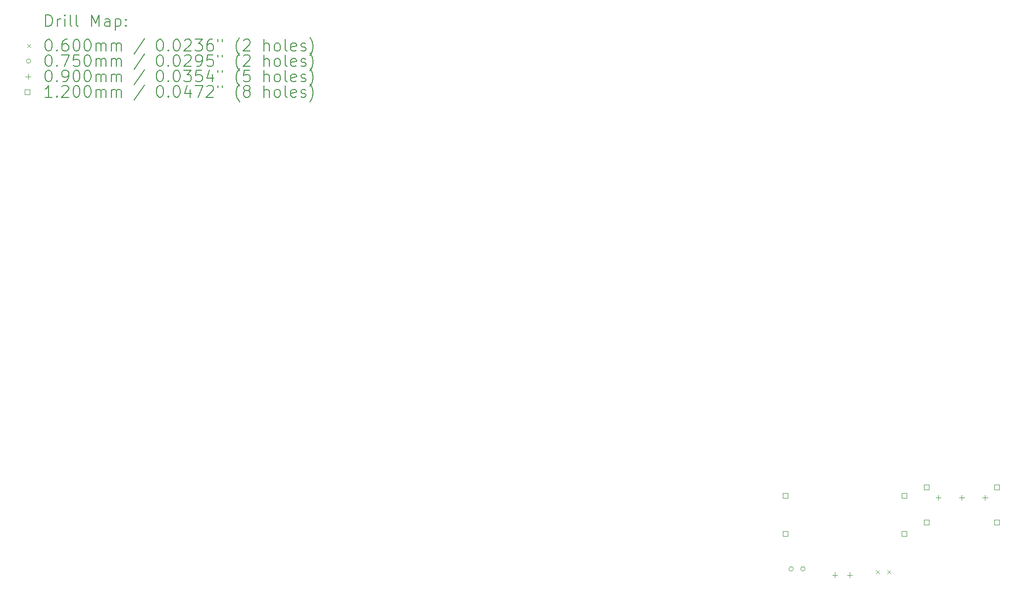
<source format=gbr>
%TF.GenerationSoftware,KiCad,Pcbnew,(6.0.10)*%
%TF.CreationDate,2023-02-23T17:48:44-08:00*%
%TF.ProjectId,exercise_1,65786572-6369-4736-955f-312e6b696361,rev?*%
%TF.SameCoordinates,Original*%
%TF.FileFunction,Drillmap*%
%TF.FilePolarity,Positive*%
%FSLAX45Y45*%
G04 Gerber Fmt 4.5, Leading zero omitted, Abs format (unit mm)*
G04 Created by KiCad (PCBNEW (6.0.10)) date 2023-02-23 17:48:44*
%MOMM*%
%LPD*%
G01*
G04 APERTURE LIST*
%ADD10C,0.200000*%
%ADD11C,0.060000*%
%ADD12C,0.075000*%
%ADD13C,0.090000*%
%ADD14C,0.120000*%
G04 APERTURE END LIST*
D10*
D11*
X14448000Y-9622000D02*
X14508000Y-9682000D01*
X14508000Y-9622000D02*
X14448000Y-9682000D01*
X14648000Y-9622000D02*
X14708000Y-9682000D01*
X14708000Y-9622000D02*
X14648000Y-9682000D01*
D12*
X13040500Y-9597000D02*
G75*
G03*
X13040500Y-9597000I-37500J0D01*
G01*
X13240500Y-9597000D02*
G75*
G03*
X13240500Y-9597000I-37500J0D01*
G01*
D13*
X13748000Y-9657000D02*
X13748000Y-9747000D01*
X13703000Y-9702000D02*
X13793000Y-9702000D01*
X14002000Y-9657000D02*
X14002000Y-9747000D01*
X13957000Y-9702000D02*
X14047000Y-9702000D01*
X15518500Y-8330500D02*
X15518500Y-8420500D01*
X15473500Y-8375500D02*
X15563500Y-8375500D01*
X15918500Y-8330500D02*
X15918500Y-8420500D01*
X15873500Y-8375500D02*
X15963500Y-8375500D01*
X16318500Y-8330500D02*
X16318500Y-8420500D01*
X16273500Y-8375500D02*
X16363500Y-8375500D01*
D14*
X12945427Y-8384427D02*
X12945427Y-8299573D01*
X12860573Y-8299573D01*
X12860573Y-8384427D01*
X12945427Y-8384427D01*
X12945427Y-9039427D02*
X12945427Y-8954573D01*
X12860573Y-8954573D01*
X12860573Y-9039427D01*
X12945427Y-9039427D01*
X14977427Y-8384427D02*
X14977427Y-8299573D01*
X14892573Y-8299573D01*
X14892573Y-8384427D01*
X14977427Y-8384427D01*
X14977427Y-9039427D02*
X14977427Y-8954573D01*
X14892573Y-8954573D01*
X14892573Y-9039427D01*
X14977427Y-9039427D01*
X15360927Y-8242927D02*
X15360927Y-8158073D01*
X15276073Y-8158073D01*
X15276073Y-8242927D01*
X15360927Y-8242927D01*
X15360927Y-8842927D02*
X15360927Y-8758073D01*
X15276073Y-8758073D01*
X15276073Y-8842927D01*
X15360927Y-8842927D01*
X16560927Y-8242927D02*
X16560927Y-8158073D01*
X16476073Y-8158073D01*
X16476073Y-8242927D01*
X16560927Y-8242927D01*
X16560927Y-8842927D02*
X16560927Y-8758073D01*
X16476073Y-8758073D01*
X16476073Y-8842927D01*
X16560927Y-8842927D01*
D10*
X257619Y-310476D02*
X257619Y-110476D01*
X305238Y-110476D01*
X333810Y-120000D01*
X352857Y-139048D01*
X362381Y-158095D01*
X371905Y-196190D01*
X371905Y-224762D01*
X362381Y-262857D01*
X352857Y-281905D01*
X333810Y-300952D01*
X305238Y-310476D01*
X257619Y-310476D01*
X457619Y-310476D02*
X457619Y-177143D01*
X457619Y-215238D02*
X467143Y-196190D01*
X476667Y-186667D01*
X495714Y-177143D01*
X514762Y-177143D01*
X581429Y-310476D02*
X581429Y-177143D01*
X581429Y-110476D02*
X571905Y-120000D01*
X581429Y-129524D01*
X590952Y-120000D01*
X581429Y-110476D01*
X581429Y-129524D01*
X705238Y-310476D02*
X686190Y-300952D01*
X676667Y-281905D01*
X676667Y-110476D01*
X810000Y-310476D02*
X790952Y-300952D01*
X781428Y-281905D01*
X781428Y-110476D01*
X1038571Y-310476D02*
X1038571Y-110476D01*
X1105238Y-253333D01*
X1171905Y-110476D01*
X1171905Y-310476D01*
X1352857Y-310476D02*
X1352857Y-205714D01*
X1343333Y-186667D01*
X1324286Y-177143D01*
X1286190Y-177143D01*
X1267143Y-186667D01*
X1352857Y-300952D02*
X1333810Y-310476D01*
X1286190Y-310476D01*
X1267143Y-300952D01*
X1257619Y-281905D01*
X1257619Y-262857D01*
X1267143Y-243809D01*
X1286190Y-234286D01*
X1333810Y-234286D01*
X1352857Y-224762D01*
X1448095Y-177143D02*
X1448095Y-377143D01*
X1448095Y-186667D02*
X1467143Y-177143D01*
X1505238Y-177143D01*
X1524286Y-186667D01*
X1533809Y-196190D01*
X1543333Y-215238D01*
X1543333Y-272381D01*
X1533809Y-291429D01*
X1524286Y-300952D01*
X1505238Y-310476D01*
X1467143Y-310476D01*
X1448095Y-300952D01*
X1629048Y-291429D02*
X1638571Y-300952D01*
X1629048Y-310476D01*
X1619524Y-300952D01*
X1629048Y-291429D01*
X1629048Y-310476D01*
X1629048Y-186667D02*
X1638571Y-196190D01*
X1629048Y-205714D01*
X1619524Y-196190D01*
X1629048Y-186667D01*
X1629048Y-205714D01*
D11*
X-60000Y-610000D02*
X0Y-670000D01*
X0Y-610000D02*
X-60000Y-670000D01*
D10*
X295714Y-530476D02*
X314762Y-530476D01*
X333810Y-540000D01*
X343333Y-549524D01*
X352857Y-568571D01*
X362381Y-606667D01*
X362381Y-654286D01*
X352857Y-692381D01*
X343333Y-711428D01*
X333810Y-720952D01*
X314762Y-730476D01*
X295714Y-730476D01*
X276667Y-720952D01*
X267143Y-711428D01*
X257619Y-692381D01*
X248095Y-654286D01*
X248095Y-606667D01*
X257619Y-568571D01*
X267143Y-549524D01*
X276667Y-540000D01*
X295714Y-530476D01*
X448095Y-711428D02*
X457619Y-720952D01*
X448095Y-730476D01*
X438571Y-720952D01*
X448095Y-711428D01*
X448095Y-730476D01*
X629048Y-530476D02*
X590952Y-530476D01*
X571905Y-540000D01*
X562381Y-549524D01*
X543333Y-578095D01*
X533810Y-616190D01*
X533810Y-692381D01*
X543333Y-711428D01*
X552857Y-720952D01*
X571905Y-730476D01*
X610000Y-730476D01*
X629048Y-720952D01*
X638571Y-711428D01*
X648095Y-692381D01*
X648095Y-644762D01*
X638571Y-625714D01*
X629048Y-616190D01*
X610000Y-606667D01*
X571905Y-606667D01*
X552857Y-616190D01*
X543333Y-625714D01*
X533810Y-644762D01*
X771905Y-530476D02*
X790952Y-530476D01*
X810000Y-540000D01*
X819524Y-549524D01*
X829048Y-568571D01*
X838571Y-606667D01*
X838571Y-654286D01*
X829048Y-692381D01*
X819524Y-711428D01*
X810000Y-720952D01*
X790952Y-730476D01*
X771905Y-730476D01*
X752857Y-720952D01*
X743333Y-711428D01*
X733809Y-692381D01*
X724286Y-654286D01*
X724286Y-606667D01*
X733809Y-568571D01*
X743333Y-549524D01*
X752857Y-540000D01*
X771905Y-530476D01*
X962381Y-530476D02*
X981428Y-530476D01*
X1000476Y-540000D01*
X1010000Y-549524D01*
X1019524Y-568571D01*
X1029048Y-606667D01*
X1029048Y-654286D01*
X1019524Y-692381D01*
X1010000Y-711428D01*
X1000476Y-720952D01*
X981428Y-730476D01*
X962381Y-730476D01*
X943333Y-720952D01*
X933809Y-711428D01*
X924286Y-692381D01*
X914762Y-654286D01*
X914762Y-606667D01*
X924286Y-568571D01*
X933809Y-549524D01*
X943333Y-540000D01*
X962381Y-530476D01*
X1114762Y-730476D02*
X1114762Y-597143D01*
X1114762Y-616190D02*
X1124286Y-606667D01*
X1143333Y-597143D01*
X1171905Y-597143D01*
X1190952Y-606667D01*
X1200476Y-625714D01*
X1200476Y-730476D01*
X1200476Y-625714D02*
X1210000Y-606667D01*
X1229048Y-597143D01*
X1257619Y-597143D01*
X1276667Y-606667D01*
X1286190Y-625714D01*
X1286190Y-730476D01*
X1381429Y-730476D02*
X1381429Y-597143D01*
X1381429Y-616190D02*
X1390952Y-606667D01*
X1410000Y-597143D01*
X1438571Y-597143D01*
X1457619Y-606667D01*
X1467143Y-625714D01*
X1467143Y-730476D01*
X1467143Y-625714D02*
X1476667Y-606667D01*
X1495714Y-597143D01*
X1524286Y-597143D01*
X1543333Y-606667D01*
X1552857Y-625714D01*
X1552857Y-730476D01*
X1943333Y-520952D02*
X1771905Y-778095D01*
X2200476Y-530476D02*
X2219524Y-530476D01*
X2238571Y-540000D01*
X2248095Y-549524D01*
X2257619Y-568571D01*
X2267143Y-606667D01*
X2267143Y-654286D01*
X2257619Y-692381D01*
X2248095Y-711428D01*
X2238571Y-720952D01*
X2219524Y-730476D01*
X2200476Y-730476D01*
X2181429Y-720952D01*
X2171905Y-711428D01*
X2162381Y-692381D01*
X2152857Y-654286D01*
X2152857Y-606667D01*
X2162381Y-568571D01*
X2171905Y-549524D01*
X2181429Y-540000D01*
X2200476Y-530476D01*
X2352857Y-711428D02*
X2362381Y-720952D01*
X2352857Y-730476D01*
X2343333Y-720952D01*
X2352857Y-711428D01*
X2352857Y-730476D01*
X2486190Y-530476D02*
X2505238Y-530476D01*
X2524286Y-540000D01*
X2533810Y-549524D01*
X2543333Y-568571D01*
X2552857Y-606667D01*
X2552857Y-654286D01*
X2543333Y-692381D01*
X2533810Y-711428D01*
X2524286Y-720952D01*
X2505238Y-730476D01*
X2486190Y-730476D01*
X2467143Y-720952D01*
X2457619Y-711428D01*
X2448095Y-692381D01*
X2438571Y-654286D01*
X2438571Y-606667D01*
X2448095Y-568571D01*
X2457619Y-549524D01*
X2467143Y-540000D01*
X2486190Y-530476D01*
X2629048Y-549524D02*
X2638571Y-540000D01*
X2657619Y-530476D01*
X2705238Y-530476D01*
X2724286Y-540000D01*
X2733810Y-549524D01*
X2743333Y-568571D01*
X2743333Y-587619D01*
X2733810Y-616190D01*
X2619524Y-730476D01*
X2743333Y-730476D01*
X2810000Y-530476D02*
X2933809Y-530476D01*
X2867143Y-606667D01*
X2895714Y-606667D01*
X2914762Y-616190D01*
X2924286Y-625714D01*
X2933809Y-644762D01*
X2933809Y-692381D01*
X2924286Y-711428D01*
X2914762Y-720952D01*
X2895714Y-730476D01*
X2838571Y-730476D01*
X2819524Y-720952D01*
X2810000Y-711428D01*
X3105238Y-530476D02*
X3067143Y-530476D01*
X3048095Y-540000D01*
X3038571Y-549524D01*
X3019524Y-578095D01*
X3010000Y-616190D01*
X3010000Y-692381D01*
X3019524Y-711428D01*
X3029048Y-720952D01*
X3048095Y-730476D01*
X3086190Y-730476D01*
X3105238Y-720952D01*
X3114762Y-711428D01*
X3124286Y-692381D01*
X3124286Y-644762D01*
X3114762Y-625714D01*
X3105238Y-616190D01*
X3086190Y-606667D01*
X3048095Y-606667D01*
X3029048Y-616190D01*
X3019524Y-625714D01*
X3010000Y-644762D01*
X3200476Y-530476D02*
X3200476Y-568571D01*
X3276667Y-530476D02*
X3276667Y-568571D01*
X3571905Y-806667D02*
X3562381Y-797143D01*
X3543333Y-768571D01*
X3533809Y-749524D01*
X3524286Y-720952D01*
X3514762Y-673333D01*
X3514762Y-635238D01*
X3524286Y-587619D01*
X3533809Y-559048D01*
X3543333Y-540000D01*
X3562381Y-511428D01*
X3571905Y-501905D01*
X3638571Y-549524D02*
X3648095Y-540000D01*
X3667143Y-530476D01*
X3714762Y-530476D01*
X3733809Y-540000D01*
X3743333Y-549524D01*
X3752857Y-568571D01*
X3752857Y-587619D01*
X3743333Y-616190D01*
X3629048Y-730476D01*
X3752857Y-730476D01*
X3990952Y-730476D02*
X3990952Y-530476D01*
X4076667Y-730476D02*
X4076667Y-625714D01*
X4067143Y-606667D01*
X4048095Y-597143D01*
X4019524Y-597143D01*
X4000476Y-606667D01*
X3990952Y-616190D01*
X4200476Y-730476D02*
X4181428Y-720952D01*
X4171905Y-711428D01*
X4162381Y-692381D01*
X4162381Y-635238D01*
X4171905Y-616190D01*
X4181428Y-606667D01*
X4200476Y-597143D01*
X4229048Y-597143D01*
X4248095Y-606667D01*
X4257619Y-616190D01*
X4267143Y-635238D01*
X4267143Y-692381D01*
X4257619Y-711428D01*
X4248095Y-720952D01*
X4229048Y-730476D01*
X4200476Y-730476D01*
X4381429Y-730476D02*
X4362381Y-720952D01*
X4352857Y-701905D01*
X4352857Y-530476D01*
X4533810Y-720952D02*
X4514762Y-730476D01*
X4476667Y-730476D01*
X4457619Y-720952D01*
X4448095Y-701905D01*
X4448095Y-625714D01*
X4457619Y-606667D01*
X4476667Y-597143D01*
X4514762Y-597143D01*
X4533810Y-606667D01*
X4543333Y-625714D01*
X4543333Y-644762D01*
X4448095Y-663810D01*
X4619524Y-720952D02*
X4638571Y-730476D01*
X4676667Y-730476D01*
X4695714Y-720952D01*
X4705238Y-701905D01*
X4705238Y-692381D01*
X4695714Y-673333D01*
X4676667Y-663810D01*
X4648095Y-663810D01*
X4629048Y-654286D01*
X4619524Y-635238D01*
X4619524Y-625714D01*
X4629048Y-606667D01*
X4648095Y-597143D01*
X4676667Y-597143D01*
X4695714Y-606667D01*
X4771905Y-806667D02*
X4781429Y-797143D01*
X4800476Y-768571D01*
X4810000Y-749524D01*
X4819524Y-720952D01*
X4829048Y-673333D01*
X4829048Y-635238D01*
X4819524Y-587619D01*
X4810000Y-559048D01*
X4800476Y-540000D01*
X4781429Y-511428D01*
X4771905Y-501905D01*
D12*
X0Y-904000D02*
G75*
G03*
X0Y-904000I-37500J0D01*
G01*
D10*
X295714Y-794476D02*
X314762Y-794476D01*
X333810Y-804000D01*
X343333Y-813524D01*
X352857Y-832571D01*
X362381Y-870667D01*
X362381Y-918286D01*
X352857Y-956381D01*
X343333Y-975428D01*
X333810Y-984952D01*
X314762Y-994476D01*
X295714Y-994476D01*
X276667Y-984952D01*
X267143Y-975428D01*
X257619Y-956381D01*
X248095Y-918286D01*
X248095Y-870667D01*
X257619Y-832571D01*
X267143Y-813524D01*
X276667Y-804000D01*
X295714Y-794476D01*
X448095Y-975428D02*
X457619Y-984952D01*
X448095Y-994476D01*
X438571Y-984952D01*
X448095Y-975428D01*
X448095Y-994476D01*
X524286Y-794476D02*
X657619Y-794476D01*
X571905Y-994476D01*
X829048Y-794476D02*
X733809Y-794476D01*
X724286Y-889714D01*
X733809Y-880190D01*
X752857Y-870667D01*
X800476Y-870667D01*
X819524Y-880190D01*
X829048Y-889714D01*
X838571Y-908762D01*
X838571Y-956381D01*
X829048Y-975428D01*
X819524Y-984952D01*
X800476Y-994476D01*
X752857Y-994476D01*
X733809Y-984952D01*
X724286Y-975428D01*
X962381Y-794476D02*
X981428Y-794476D01*
X1000476Y-804000D01*
X1010000Y-813524D01*
X1019524Y-832571D01*
X1029048Y-870667D01*
X1029048Y-918286D01*
X1019524Y-956381D01*
X1010000Y-975428D01*
X1000476Y-984952D01*
X981428Y-994476D01*
X962381Y-994476D01*
X943333Y-984952D01*
X933809Y-975428D01*
X924286Y-956381D01*
X914762Y-918286D01*
X914762Y-870667D01*
X924286Y-832571D01*
X933809Y-813524D01*
X943333Y-804000D01*
X962381Y-794476D01*
X1114762Y-994476D02*
X1114762Y-861143D01*
X1114762Y-880190D02*
X1124286Y-870667D01*
X1143333Y-861143D01*
X1171905Y-861143D01*
X1190952Y-870667D01*
X1200476Y-889714D01*
X1200476Y-994476D01*
X1200476Y-889714D02*
X1210000Y-870667D01*
X1229048Y-861143D01*
X1257619Y-861143D01*
X1276667Y-870667D01*
X1286190Y-889714D01*
X1286190Y-994476D01*
X1381429Y-994476D02*
X1381429Y-861143D01*
X1381429Y-880190D02*
X1390952Y-870667D01*
X1410000Y-861143D01*
X1438571Y-861143D01*
X1457619Y-870667D01*
X1467143Y-889714D01*
X1467143Y-994476D01*
X1467143Y-889714D02*
X1476667Y-870667D01*
X1495714Y-861143D01*
X1524286Y-861143D01*
X1543333Y-870667D01*
X1552857Y-889714D01*
X1552857Y-994476D01*
X1943333Y-784952D02*
X1771905Y-1042095D01*
X2200476Y-794476D02*
X2219524Y-794476D01*
X2238571Y-804000D01*
X2248095Y-813524D01*
X2257619Y-832571D01*
X2267143Y-870667D01*
X2267143Y-918286D01*
X2257619Y-956381D01*
X2248095Y-975428D01*
X2238571Y-984952D01*
X2219524Y-994476D01*
X2200476Y-994476D01*
X2181429Y-984952D01*
X2171905Y-975428D01*
X2162381Y-956381D01*
X2152857Y-918286D01*
X2152857Y-870667D01*
X2162381Y-832571D01*
X2171905Y-813524D01*
X2181429Y-804000D01*
X2200476Y-794476D01*
X2352857Y-975428D02*
X2362381Y-984952D01*
X2352857Y-994476D01*
X2343333Y-984952D01*
X2352857Y-975428D01*
X2352857Y-994476D01*
X2486190Y-794476D02*
X2505238Y-794476D01*
X2524286Y-804000D01*
X2533810Y-813524D01*
X2543333Y-832571D01*
X2552857Y-870667D01*
X2552857Y-918286D01*
X2543333Y-956381D01*
X2533810Y-975428D01*
X2524286Y-984952D01*
X2505238Y-994476D01*
X2486190Y-994476D01*
X2467143Y-984952D01*
X2457619Y-975428D01*
X2448095Y-956381D01*
X2438571Y-918286D01*
X2438571Y-870667D01*
X2448095Y-832571D01*
X2457619Y-813524D01*
X2467143Y-804000D01*
X2486190Y-794476D01*
X2629048Y-813524D02*
X2638571Y-804000D01*
X2657619Y-794476D01*
X2705238Y-794476D01*
X2724286Y-804000D01*
X2733810Y-813524D01*
X2743333Y-832571D01*
X2743333Y-851619D01*
X2733810Y-880190D01*
X2619524Y-994476D01*
X2743333Y-994476D01*
X2838571Y-994476D02*
X2876667Y-994476D01*
X2895714Y-984952D01*
X2905238Y-975428D01*
X2924286Y-946857D01*
X2933809Y-908762D01*
X2933809Y-832571D01*
X2924286Y-813524D01*
X2914762Y-804000D01*
X2895714Y-794476D01*
X2857619Y-794476D01*
X2838571Y-804000D01*
X2829048Y-813524D01*
X2819524Y-832571D01*
X2819524Y-880190D01*
X2829048Y-899238D01*
X2838571Y-908762D01*
X2857619Y-918286D01*
X2895714Y-918286D01*
X2914762Y-908762D01*
X2924286Y-899238D01*
X2933809Y-880190D01*
X3114762Y-794476D02*
X3019524Y-794476D01*
X3010000Y-889714D01*
X3019524Y-880190D01*
X3038571Y-870667D01*
X3086190Y-870667D01*
X3105238Y-880190D01*
X3114762Y-889714D01*
X3124286Y-908762D01*
X3124286Y-956381D01*
X3114762Y-975428D01*
X3105238Y-984952D01*
X3086190Y-994476D01*
X3038571Y-994476D01*
X3019524Y-984952D01*
X3010000Y-975428D01*
X3200476Y-794476D02*
X3200476Y-832571D01*
X3276667Y-794476D02*
X3276667Y-832571D01*
X3571905Y-1070667D02*
X3562381Y-1061143D01*
X3543333Y-1032571D01*
X3533809Y-1013524D01*
X3524286Y-984952D01*
X3514762Y-937333D01*
X3514762Y-899238D01*
X3524286Y-851619D01*
X3533809Y-823048D01*
X3543333Y-804000D01*
X3562381Y-775428D01*
X3571905Y-765905D01*
X3638571Y-813524D02*
X3648095Y-804000D01*
X3667143Y-794476D01*
X3714762Y-794476D01*
X3733809Y-804000D01*
X3743333Y-813524D01*
X3752857Y-832571D01*
X3752857Y-851619D01*
X3743333Y-880190D01*
X3629048Y-994476D01*
X3752857Y-994476D01*
X3990952Y-994476D02*
X3990952Y-794476D01*
X4076667Y-994476D02*
X4076667Y-889714D01*
X4067143Y-870667D01*
X4048095Y-861143D01*
X4019524Y-861143D01*
X4000476Y-870667D01*
X3990952Y-880190D01*
X4200476Y-994476D02*
X4181428Y-984952D01*
X4171905Y-975428D01*
X4162381Y-956381D01*
X4162381Y-899238D01*
X4171905Y-880190D01*
X4181428Y-870667D01*
X4200476Y-861143D01*
X4229048Y-861143D01*
X4248095Y-870667D01*
X4257619Y-880190D01*
X4267143Y-899238D01*
X4267143Y-956381D01*
X4257619Y-975428D01*
X4248095Y-984952D01*
X4229048Y-994476D01*
X4200476Y-994476D01*
X4381429Y-994476D02*
X4362381Y-984952D01*
X4352857Y-965905D01*
X4352857Y-794476D01*
X4533810Y-984952D02*
X4514762Y-994476D01*
X4476667Y-994476D01*
X4457619Y-984952D01*
X4448095Y-965905D01*
X4448095Y-889714D01*
X4457619Y-870667D01*
X4476667Y-861143D01*
X4514762Y-861143D01*
X4533810Y-870667D01*
X4543333Y-889714D01*
X4543333Y-908762D01*
X4448095Y-927809D01*
X4619524Y-984952D02*
X4638571Y-994476D01*
X4676667Y-994476D01*
X4695714Y-984952D01*
X4705238Y-965905D01*
X4705238Y-956381D01*
X4695714Y-937333D01*
X4676667Y-927809D01*
X4648095Y-927809D01*
X4629048Y-918286D01*
X4619524Y-899238D01*
X4619524Y-889714D01*
X4629048Y-870667D01*
X4648095Y-861143D01*
X4676667Y-861143D01*
X4695714Y-870667D01*
X4771905Y-1070667D02*
X4781429Y-1061143D01*
X4800476Y-1032571D01*
X4810000Y-1013524D01*
X4819524Y-984952D01*
X4829048Y-937333D01*
X4829048Y-899238D01*
X4819524Y-851619D01*
X4810000Y-823048D01*
X4800476Y-804000D01*
X4781429Y-775428D01*
X4771905Y-765905D01*
D13*
X-45000Y-1123000D02*
X-45000Y-1213000D01*
X-90000Y-1168000D02*
X0Y-1168000D01*
D10*
X295714Y-1058476D02*
X314762Y-1058476D01*
X333810Y-1068000D01*
X343333Y-1077524D01*
X352857Y-1096571D01*
X362381Y-1134667D01*
X362381Y-1182286D01*
X352857Y-1220381D01*
X343333Y-1239429D01*
X333810Y-1248952D01*
X314762Y-1258476D01*
X295714Y-1258476D01*
X276667Y-1248952D01*
X267143Y-1239429D01*
X257619Y-1220381D01*
X248095Y-1182286D01*
X248095Y-1134667D01*
X257619Y-1096571D01*
X267143Y-1077524D01*
X276667Y-1068000D01*
X295714Y-1058476D01*
X448095Y-1239429D02*
X457619Y-1248952D01*
X448095Y-1258476D01*
X438571Y-1248952D01*
X448095Y-1239429D01*
X448095Y-1258476D01*
X552857Y-1258476D02*
X590952Y-1258476D01*
X610000Y-1248952D01*
X619524Y-1239429D01*
X638571Y-1210857D01*
X648095Y-1172762D01*
X648095Y-1096571D01*
X638571Y-1077524D01*
X629048Y-1068000D01*
X610000Y-1058476D01*
X571905Y-1058476D01*
X552857Y-1068000D01*
X543333Y-1077524D01*
X533810Y-1096571D01*
X533810Y-1144190D01*
X543333Y-1163238D01*
X552857Y-1172762D01*
X571905Y-1182286D01*
X610000Y-1182286D01*
X629048Y-1172762D01*
X638571Y-1163238D01*
X648095Y-1144190D01*
X771905Y-1058476D02*
X790952Y-1058476D01*
X810000Y-1068000D01*
X819524Y-1077524D01*
X829048Y-1096571D01*
X838571Y-1134667D01*
X838571Y-1182286D01*
X829048Y-1220381D01*
X819524Y-1239429D01*
X810000Y-1248952D01*
X790952Y-1258476D01*
X771905Y-1258476D01*
X752857Y-1248952D01*
X743333Y-1239429D01*
X733809Y-1220381D01*
X724286Y-1182286D01*
X724286Y-1134667D01*
X733809Y-1096571D01*
X743333Y-1077524D01*
X752857Y-1068000D01*
X771905Y-1058476D01*
X962381Y-1058476D02*
X981428Y-1058476D01*
X1000476Y-1068000D01*
X1010000Y-1077524D01*
X1019524Y-1096571D01*
X1029048Y-1134667D01*
X1029048Y-1182286D01*
X1019524Y-1220381D01*
X1010000Y-1239429D01*
X1000476Y-1248952D01*
X981428Y-1258476D01*
X962381Y-1258476D01*
X943333Y-1248952D01*
X933809Y-1239429D01*
X924286Y-1220381D01*
X914762Y-1182286D01*
X914762Y-1134667D01*
X924286Y-1096571D01*
X933809Y-1077524D01*
X943333Y-1068000D01*
X962381Y-1058476D01*
X1114762Y-1258476D02*
X1114762Y-1125143D01*
X1114762Y-1144190D02*
X1124286Y-1134667D01*
X1143333Y-1125143D01*
X1171905Y-1125143D01*
X1190952Y-1134667D01*
X1200476Y-1153714D01*
X1200476Y-1258476D01*
X1200476Y-1153714D02*
X1210000Y-1134667D01*
X1229048Y-1125143D01*
X1257619Y-1125143D01*
X1276667Y-1134667D01*
X1286190Y-1153714D01*
X1286190Y-1258476D01*
X1381429Y-1258476D02*
X1381429Y-1125143D01*
X1381429Y-1144190D02*
X1390952Y-1134667D01*
X1410000Y-1125143D01*
X1438571Y-1125143D01*
X1457619Y-1134667D01*
X1467143Y-1153714D01*
X1467143Y-1258476D01*
X1467143Y-1153714D02*
X1476667Y-1134667D01*
X1495714Y-1125143D01*
X1524286Y-1125143D01*
X1543333Y-1134667D01*
X1552857Y-1153714D01*
X1552857Y-1258476D01*
X1943333Y-1048952D02*
X1771905Y-1306095D01*
X2200476Y-1058476D02*
X2219524Y-1058476D01*
X2238571Y-1068000D01*
X2248095Y-1077524D01*
X2257619Y-1096571D01*
X2267143Y-1134667D01*
X2267143Y-1182286D01*
X2257619Y-1220381D01*
X2248095Y-1239429D01*
X2238571Y-1248952D01*
X2219524Y-1258476D01*
X2200476Y-1258476D01*
X2181429Y-1248952D01*
X2171905Y-1239429D01*
X2162381Y-1220381D01*
X2152857Y-1182286D01*
X2152857Y-1134667D01*
X2162381Y-1096571D01*
X2171905Y-1077524D01*
X2181429Y-1068000D01*
X2200476Y-1058476D01*
X2352857Y-1239429D02*
X2362381Y-1248952D01*
X2352857Y-1258476D01*
X2343333Y-1248952D01*
X2352857Y-1239429D01*
X2352857Y-1258476D01*
X2486190Y-1058476D02*
X2505238Y-1058476D01*
X2524286Y-1068000D01*
X2533810Y-1077524D01*
X2543333Y-1096571D01*
X2552857Y-1134667D01*
X2552857Y-1182286D01*
X2543333Y-1220381D01*
X2533810Y-1239429D01*
X2524286Y-1248952D01*
X2505238Y-1258476D01*
X2486190Y-1258476D01*
X2467143Y-1248952D01*
X2457619Y-1239429D01*
X2448095Y-1220381D01*
X2438571Y-1182286D01*
X2438571Y-1134667D01*
X2448095Y-1096571D01*
X2457619Y-1077524D01*
X2467143Y-1068000D01*
X2486190Y-1058476D01*
X2619524Y-1058476D02*
X2743333Y-1058476D01*
X2676667Y-1134667D01*
X2705238Y-1134667D01*
X2724286Y-1144190D01*
X2733810Y-1153714D01*
X2743333Y-1172762D01*
X2743333Y-1220381D01*
X2733810Y-1239429D01*
X2724286Y-1248952D01*
X2705238Y-1258476D01*
X2648095Y-1258476D01*
X2629048Y-1248952D01*
X2619524Y-1239429D01*
X2924286Y-1058476D02*
X2829048Y-1058476D01*
X2819524Y-1153714D01*
X2829048Y-1144190D01*
X2848095Y-1134667D01*
X2895714Y-1134667D01*
X2914762Y-1144190D01*
X2924286Y-1153714D01*
X2933809Y-1172762D01*
X2933809Y-1220381D01*
X2924286Y-1239429D01*
X2914762Y-1248952D01*
X2895714Y-1258476D01*
X2848095Y-1258476D01*
X2829048Y-1248952D01*
X2819524Y-1239429D01*
X3105238Y-1125143D02*
X3105238Y-1258476D01*
X3057619Y-1048952D02*
X3010000Y-1191810D01*
X3133809Y-1191810D01*
X3200476Y-1058476D02*
X3200476Y-1096571D01*
X3276667Y-1058476D02*
X3276667Y-1096571D01*
X3571905Y-1334667D02*
X3562381Y-1325143D01*
X3543333Y-1296571D01*
X3533809Y-1277524D01*
X3524286Y-1248952D01*
X3514762Y-1201333D01*
X3514762Y-1163238D01*
X3524286Y-1115619D01*
X3533809Y-1087048D01*
X3543333Y-1068000D01*
X3562381Y-1039428D01*
X3571905Y-1029905D01*
X3743333Y-1058476D02*
X3648095Y-1058476D01*
X3638571Y-1153714D01*
X3648095Y-1144190D01*
X3667143Y-1134667D01*
X3714762Y-1134667D01*
X3733809Y-1144190D01*
X3743333Y-1153714D01*
X3752857Y-1172762D01*
X3752857Y-1220381D01*
X3743333Y-1239429D01*
X3733809Y-1248952D01*
X3714762Y-1258476D01*
X3667143Y-1258476D01*
X3648095Y-1248952D01*
X3638571Y-1239429D01*
X3990952Y-1258476D02*
X3990952Y-1058476D01*
X4076667Y-1258476D02*
X4076667Y-1153714D01*
X4067143Y-1134667D01*
X4048095Y-1125143D01*
X4019524Y-1125143D01*
X4000476Y-1134667D01*
X3990952Y-1144190D01*
X4200476Y-1258476D02*
X4181428Y-1248952D01*
X4171905Y-1239429D01*
X4162381Y-1220381D01*
X4162381Y-1163238D01*
X4171905Y-1144190D01*
X4181428Y-1134667D01*
X4200476Y-1125143D01*
X4229048Y-1125143D01*
X4248095Y-1134667D01*
X4257619Y-1144190D01*
X4267143Y-1163238D01*
X4267143Y-1220381D01*
X4257619Y-1239429D01*
X4248095Y-1248952D01*
X4229048Y-1258476D01*
X4200476Y-1258476D01*
X4381429Y-1258476D02*
X4362381Y-1248952D01*
X4352857Y-1229905D01*
X4352857Y-1058476D01*
X4533810Y-1248952D02*
X4514762Y-1258476D01*
X4476667Y-1258476D01*
X4457619Y-1248952D01*
X4448095Y-1229905D01*
X4448095Y-1153714D01*
X4457619Y-1134667D01*
X4476667Y-1125143D01*
X4514762Y-1125143D01*
X4533810Y-1134667D01*
X4543333Y-1153714D01*
X4543333Y-1172762D01*
X4448095Y-1191810D01*
X4619524Y-1248952D02*
X4638571Y-1258476D01*
X4676667Y-1258476D01*
X4695714Y-1248952D01*
X4705238Y-1229905D01*
X4705238Y-1220381D01*
X4695714Y-1201333D01*
X4676667Y-1191810D01*
X4648095Y-1191810D01*
X4629048Y-1182286D01*
X4619524Y-1163238D01*
X4619524Y-1153714D01*
X4629048Y-1134667D01*
X4648095Y-1125143D01*
X4676667Y-1125143D01*
X4695714Y-1134667D01*
X4771905Y-1334667D02*
X4781429Y-1325143D01*
X4800476Y-1296571D01*
X4810000Y-1277524D01*
X4819524Y-1248952D01*
X4829048Y-1201333D01*
X4829048Y-1163238D01*
X4819524Y-1115619D01*
X4810000Y-1087048D01*
X4800476Y-1068000D01*
X4781429Y-1039428D01*
X4771905Y-1029905D01*
D14*
X-17573Y-1474427D02*
X-17573Y-1389573D01*
X-102427Y-1389573D01*
X-102427Y-1474427D01*
X-17573Y-1474427D01*
D10*
X362381Y-1522476D02*
X248095Y-1522476D01*
X305238Y-1522476D02*
X305238Y-1322476D01*
X286190Y-1351048D01*
X267143Y-1370095D01*
X248095Y-1379619D01*
X448095Y-1503428D02*
X457619Y-1512952D01*
X448095Y-1522476D01*
X438571Y-1512952D01*
X448095Y-1503428D01*
X448095Y-1522476D01*
X533810Y-1341524D02*
X543333Y-1332000D01*
X562381Y-1322476D01*
X610000Y-1322476D01*
X629048Y-1332000D01*
X638571Y-1341524D01*
X648095Y-1360571D01*
X648095Y-1379619D01*
X638571Y-1408190D01*
X524286Y-1522476D01*
X648095Y-1522476D01*
X771905Y-1322476D02*
X790952Y-1322476D01*
X810000Y-1332000D01*
X819524Y-1341524D01*
X829048Y-1360571D01*
X838571Y-1398667D01*
X838571Y-1446286D01*
X829048Y-1484381D01*
X819524Y-1503428D01*
X810000Y-1512952D01*
X790952Y-1522476D01*
X771905Y-1522476D01*
X752857Y-1512952D01*
X743333Y-1503428D01*
X733809Y-1484381D01*
X724286Y-1446286D01*
X724286Y-1398667D01*
X733809Y-1360571D01*
X743333Y-1341524D01*
X752857Y-1332000D01*
X771905Y-1322476D01*
X962381Y-1322476D02*
X981428Y-1322476D01*
X1000476Y-1332000D01*
X1010000Y-1341524D01*
X1019524Y-1360571D01*
X1029048Y-1398667D01*
X1029048Y-1446286D01*
X1019524Y-1484381D01*
X1010000Y-1503428D01*
X1000476Y-1512952D01*
X981428Y-1522476D01*
X962381Y-1522476D01*
X943333Y-1512952D01*
X933809Y-1503428D01*
X924286Y-1484381D01*
X914762Y-1446286D01*
X914762Y-1398667D01*
X924286Y-1360571D01*
X933809Y-1341524D01*
X943333Y-1332000D01*
X962381Y-1322476D01*
X1114762Y-1522476D02*
X1114762Y-1389143D01*
X1114762Y-1408190D02*
X1124286Y-1398667D01*
X1143333Y-1389143D01*
X1171905Y-1389143D01*
X1190952Y-1398667D01*
X1200476Y-1417714D01*
X1200476Y-1522476D01*
X1200476Y-1417714D02*
X1210000Y-1398667D01*
X1229048Y-1389143D01*
X1257619Y-1389143D01*
X1276667Y-1398667D01*
X1286190Y-1417714D01*
X1286190Y-1522476D01*
X1381429Y-1522476D02*
X1381429Y-1389143D01*
X1381429Y-1408190D02*
X1390952Y-1398667D01*
X1410000Y-1389143D01*
X1438571Y-1389143D01*
X1457619Y-1398667D01*
X1467143Y-1417714D01*
X1467143Y-1522476D01*
X1467143Y-1417714D02*
X1476667Y-1398667D01*
X1495714Y-1389143D01*
X1524286Y-1389143D01*
X1543333Y-1398667D01*
X1552857Y-1417714D01*
X1552857Y-1522476D01*
X1943333Y-1312952D02*
X1771905Y-1570095D01*
X2200476Y-1322476D02*
X2219524Y-1322476D01*
X2238571Y-1332000D01*
X2248095Y-1341524D01*
X2257619Y-1360571D01*
X2267143Y-1398667D01*
X2267143Y-1446286D01*
X2257619Y-1484381D01*
X2248095Y-1503428D01*
X2238571Y-1512952D01*
X2219524Y-1522476D01*
X2200476Y-1522476D01*
X2181429Y-1512952D01*
X2171905Y-1503428D01*
X2162381Y-1484381D01*
X2152857Y-1446286D01*
X2152857Y-1398667D01*
X2162381Y-1360571D01*
X2171905Y-1341524D01*
X2181429Y-1332000D01*
X2200476Y-1322476D01*
X2352857Y-1503428D02*
X2362381Y-1512952D01*
X2352857Y-1522476D01*
X2343333Y-1512952D01*
X2352857Y-1503428D01*
X2352857Y-1522476D01*
X2486190Y-1322476D02*
X2505238Y-1322476D01*
X2524286Y-1332000D01*
X2533810Y-1341524D01*
X2543333Y-1360571D01*
X2552857Y-1398667D01*
X2552857Y-1446286D01*
X2543333Y-1484381D01*
X2533810Y-1503428D01*
X2524286Y-1512952D01*
X2505238Y-1522476D01*
X2486190Y-1522476D01*
X2467143Y-1512952D01*
X2457619Y-1503428D01*
X2448095Y-1484381D01*
X2438571Y-1446286D01*
X2438571Y-1398667D01*
X2448095Y-1360571D01*
X2457619Y-1341524D01*
X2467143Y-1332000D01*
X2486190Y-1322476D01*
X2724286Y-1389143D02*
X2724286Y-1522476D01*
X2676667Y-1312952D02*
X2629048Y-1455809D01*
X2752857Y-1455809D01*
X2810000Y-1322476D02*
X2943333Y-1322476D01*
X2857619Y-1522476D01*
X3010000Y-1341524D02*
X3019524Y-1332000D01*
X3038571Y-1322476D01*
X3086190Y-1322476D01*
X3105238Y-1332000D01*
X3114762Y-1341524D01*
X3124286Y-1360571D01*
X3124286Y-1379619D01*
X3114762Y-1408190D01*
X3000476Y-1522476D01*
X3124286Y-1522476D01*
X3200476Y-1322476D02*
X3200476Y-1360571D01*
X3276667Y-1322476D02*
X3276667Y-1360571D01*
X3571905Y-1598667D02*
X3562381Y-1589143D01*
X3543333Y-1560571D01*
X3533809Y-1541524D01*
X3524286Y-1512952D01*
X3514762Y-1465333D01*
X3514762Y-1427238D01*
X3524286Y-1379619D01*
X3533809Y-1351048D01*
X3543333Y-1332000D01*
X3562381Y-1303429D01*
X3571905Y-1293905D01*
X3676667Y-1408190D02*
X3657619Y-1398667D01*
X3648095Y-1389143D01*
X3638571Y-1370095D01*
X3638571Y-1360571D01*
X3648095Y-1341524D01*
X3657619Y-1332000D01*
X3676667Y-1322476D01*
X3714762Y-1322476D01*
X3733809Y-1332000D01*
X3743333Y-1341524D01*
X3752857Y-1360571D01*
X3752857Y-1370095D01*
X3743333Y-1389143D01*
X3733809Y-1398667D01*
X3714762Y-1408190D01*
X3676667Y-1408190D01*
X3657619Y-1417714D01*
X3648095Y-1427238D01*
X3638571Y-1446286D01*
X3638571Y-1484381D01*
X3648095Y-1503428D01*
X3657619Y-1512952D01*
X3676667Y-1522476D01*
X3714762Y-1522476D01*
X3733809Y-1512952D01*
X3743333Y-1503428D01*
X3752857Y-1484381D01*
X3752857Y-1446286D01*
X3743333Y-1427238D01*
X3733809Y-1417714D01*
X3714762Y-1408190D01*
X3990952Y-1522476D02*
X3990952Y-1322476D01*
X4076667Y-1522476D02*
X4076667Y-1417714D01*
X4067143Y-1398667D01*
X4048095Y-1389143D01*
X4019524Y-1389143D01*
X4000476Y-1398667D01*
X3990952Y-1408190D01*
X4200476Y-1522476D02*
X4181428Y-1512952D01*
X4171905Y-1503428D01*
X4162381Y-1484381D01*
X4162381Y-1427238D01*
X4171905Y-1408190D01*
X4181428Y-1398667D01*
X4200476Y-1389143D01*
X4229048Y-1389143D01*
X4248095Y-1398667D01*
X4257619Y-1408190D01*
X4267143Y-1427238D01*
X4267143Y-1484381D01*
X4257619Y-1503428D01*
X4248095Y-1512952D01*
X4229048Y-1522476D01*
X4200476Y-1522476D01*
X4381429Y-1522476D02*
X4362381Y-1512952D01*
X4352857Y-1493905D01*
X4352857Y-1322476D01*
X4533810Y-1512952D02*
X4514762Y-1522476D01*
X4476667Y-1522476D01*
X4457619Y-1512952D01*
X4448095Y-1493905D01*
X4448095Y-1417714D01*
X4457619Y-1398667D01*
X4476667Y-1389143D01*
X4514762Y-1389143D01*
X4533810Y-1398667D01*
X4543333Y-1417714D01*
X4543333Y-1436762D01*
X4448095Y-1455809D01*
X4619524Y-1512952D02*
X4638571Y-1522476D01*
X4676667Y-1522476D01*
X4695714Y-1512952D01*
X4705238Y-1493905D01*
X4705238Y-1484381D01*
X4695714Y-1465333D01*
X4676667Y-1455809D01*
X4648095Y-1455809D01*
X4629048Y-1446286D01*
X4619524Y-1427238D01*
X4619524Y-1417714D01*
X4629048Y-1398667D01*
X4648095Y-1389143D01*
X4676667Y-1389143D01*
X4695714Y-1398667D01*
X4771905Y-1598667D02*
X4781429Y-1589143D01*
X4800476Y-1560571D01*
X4810000Y-1541524D01*
X4819524Y-1512952D01*
X4829048Y-1465333D01*
X4829048Y-1427238D01*
X4819524Y-1379619D01*
X4810000Y-1351048D01*
X4800476Y-1332000D01*
X4781429Y-1303429D01*
X4771905Y-1293905D01*
M02*

</source>
